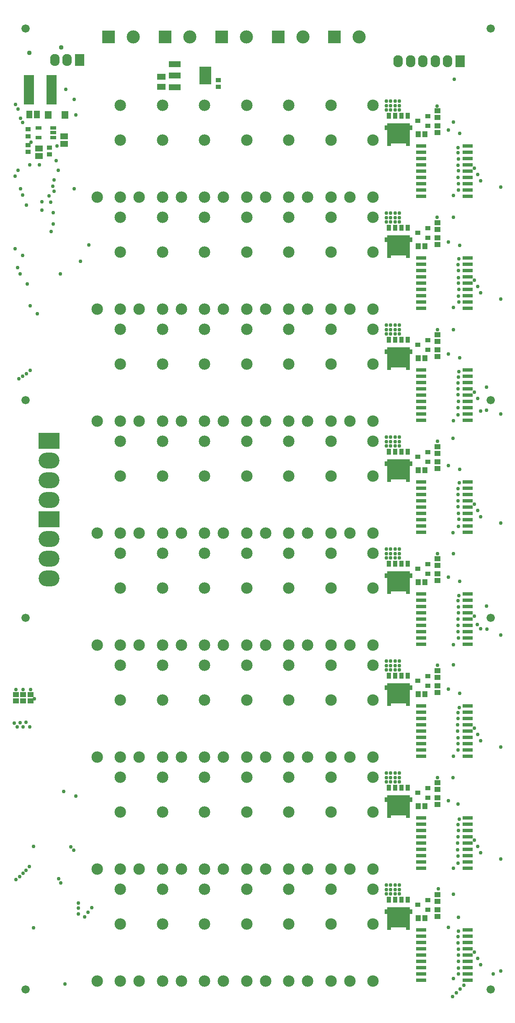
<source format=gbs>
G04*
G04 #@! TF.GenerationSoftware,Altium Limited,Altium Designer,20.0.2 (26)*
G04*
G04 Layer_Color=16711935*
%FSLAX25Y25*%
%MOIN*%
G70*
G01*
G75*
%ADD18R,0.04724X0.04134*%
%ADD19R,0.04134X0.04724*%
%ADD23R,0.04134X0.03740*%
%ADD25R,0.06693X0.04528*%
%ADD28O,0.16591X0.12591*%
%ADD29R,0.16591X0.12591*%
%ADD30C,0.06591*%
%ADD32C,0.09091*%
%ADD33O,0.07591X0.09591*%
%ADD34R,0.07591X0.09591*%
%ADD35C,0.10433*%
%ADD36R,0.10433X0.10433*%
%ADD37C,0.02953*%
%ADD38C,0.03740*%
%ADD85R,0.09252X0.14370*%
%ADD86R,0.09252X0.04921*%
%ADD87R,0.09252X0.04921*%
%ADD88R,0.08465X0.02953*%
%ADD89R,0.04528X0.02756*%
%ADD90R,0.04528X0.02756*%
%ADD91R,0.10591X0.10591*%
%ADD92R,0.03543X0.04528*%
%ADD93R,0.04134X0.03740*%
%ADD94R,0.08465X0.23425*%
%ADD95R,0.05315X0.06102*%
%ADD96R,0.06102X0.04921*%
%ADD97R,0.04921X0.06102*%
G36*
X287713Y-698354D02*
Y-700028D01*
X285764D01*
Y-703591D01*
X287713D01*
Y-716189D01*
X290665D01*
Y-714221D01*
X302713D01*
Y-716189D01*
X305665D01*
Y-703591D01*
X307614D01*
Y-700028D01*
X305665D01*
Y-698354D01*
X287713D01*
D02*
G37*
G36*
Y-609354D02*
Y-611028D01*
X285764D01*
Y-614591D01*
X287713D01*
Y-627189D01*
X290665D01*
Y-625220D01*
X302713D01*
Y-627189D01*
X305665D01*
Y-614591D01*
X307614D01*
Y-611028D01*
X305665D01*
Y-609354D01*
X287713D01*
D02*
G37*
G36*
Y-520354D02*
Y-522028D01*
X285764D01*
Y-525591D01*
X287713D01*
Y-538189D01*
X290665D01*
Y-536221D01*
X302713D01*
Y-538189D01*
X305665D01*
Y-525591D01*
X307614D01*
Y-522028D01*
X305665D01*
Y-520354D01*
X287713D01*
D02*
G37*
G36*
Y-431354D02*
Y-433028D01*
X285764D01*
Y-436591D01*
X287713D01*
Y-449189D01*
X290665D01*
Y-447221D01*
X302713D01*
Y-449189D01*
X305665D01*
Y-436591D01*
X307614D01*
Y-433028D01*
X305665D01*
Y-431354D01*
X287713D01*
D02*
G37*
G36*
Y-342354D02*
Y-344028D01*
X285764D01*
Y-347591D01*
X287713D01*
Y-360189D01*
X290665D01*
Y-358221D01*
X302713D01*
Y-360189D01*
X305665D01*
Y-347591D01*
X307614D01*
Y-344028D01*
X305665D01*
Y-342354D01*
X287713D01*
D02*
G37*
G36*
Y-253354D02*
Y-255028D01*
X285764D01*
Y-258591D01*
X287713D01*
Y-271189D01*
X290665D01*
Y-269220D01*
X302713D01*
Y-271189D01*
X305665D01*
Y-258591D01*
X307614D01*
Y-255028D01*
X305665D01*
Y-253354D01*
X287713D01*
D02*
G37*
G36*
Y-164354D02*
Y-166028D01*
X285764D01*
Y-169591D01*
X287713D01*
Y-182189D01*
X290665D01*
Y-180220D01*
X302713D01*
Y-182189D01*
X305665D01*
Y-169591D01*
X307614D01*
Y-166028D01*
X305665D01*
Y-164354D01*
X287713D01*
D02*
G37*
G36*
Y-75354D02*
Y-77028D01*
X285764D01*
Y-80591D01*
X287713D01*
Y-93189D01*
X290665D01*
Y-91220D01*
X302713D01*
Y-93189D01*
X305665D01*
Y-80591D01*
X307614D01*
Y-77028D01*
X305665D01*
Y-75354D01*
X287713D01*
D02*
G37*
D18*
X-7500Y-529185D02*
D03*
Y-534500D02*
D03*
X-2000Y-529185D02*
D03*
Y-534500D02*
D03*
X4000Y-529185D02*
D03*
Y-534500D02*
D03*
X327689Y-688350D02*
D03*
Y-693665D02*
D03*
Y-599350D02*
D03*
Y-604665D02*
D03*
Y-510350D02*
D03*
Y-515665D02*
D03*
Y-421350D02*
D03*
Y-426665D02*
D03*
Y-332350D02*
D03*
Y-337665D02*
D03*
Y-243350D02*
D03*
Y-248665D02*
D03*
Y-154350D02*
D03*
Y-159665D02*
D03*
Y-65350D02*
D03*
Y-70665D02*
D03*
Y-700350D02*
D03*
Y-705665D02*
D03*
Y-611350D02*
D03*
Y-616665D02*
D03*
Y-522350D02*
D03*
Y-527665D02*
D03*
Y-433350D02*
D03*
Y-438665D02*
D03*
Y-344350D02*
D03*
Y-349665D02*
D03*
Y-255350D02*
D03*
Y-260665D02*
D03*
Y-166350D02*
D03*
Y-171665D02*
D03*
Y-77350D02*
D03*
Y-82665D02*
D03*
D19*
X317846Y-707008D02*
D03*
X312531D02*
D03*
X317846Y-618008D02*
D03*
X312531D02*
D03*
X317846Y-529008D02*
D03*
X312531D02*
D03*
X317846Y-440008D02*
D03*
X312531D02*
D03*
X317846Y-351008D02*
D03*
X312531D02*
D03*
X317846Y-262008D02*
D03*
X312531D02*
D03*
X317846Y-173008D02*
D03*
X312531D02*
D03*
X317846Y-84008D02*
D03*
X312531D02*
D03*
D23*
X153500Y-40989D02*
D03*
Y-46500D02*
D03*
X2197Y-98036D02*
D03*
Y-92524D02*
D03*
Y-80024D02*
D03*
Y-85536D02*
D03*
X19197Y-100036D02*
D03*
Y-94524D02*
D03*
D25*
X108000Y-46374D02*
D03*
Y-38500D02*
D03*
D28*
X18689Y-436881D02*
D03*
Y-421281D02*
D03*
Y-405681D02*
D03*
Y-343391D02*
D03*
Y-358991D02*
D03*
Y-374591D02*
D03*
D29*
Y-390091D02*
D03*
Y-327800D02*
D03*
D30*
X0Y-0D02*
D03*
X370079Y-468504D02*
D03*
Y-295276D02*
D03*
X0D02*
D03*
Y-468504D02*
D03*
Y-763780D02*
D03*
X370079D02*
D03*
Y0D02*
D03*
D32*
X75441Y-222925D02*
D03*
Y-177650D02*
D03*
Y-150091D02*
D03*
X56937Y-222925D02*
D03*
X257937Y-133925D02*
D03*
X276441Y-61091D02*
D03*
Y-88650D02*
D03*
Y-133925D02*
D03*
Y-222925D02*
D03*
Y-177650D02*
D03*
Y-150091D02*
D03*
X257937Y-222925D02*
D03*
Y-311925D02*
D03*
X276441Y-239091D02*
D03*
Y-266650D02*
D03*
Y-311925D02*
D03*
Y-400925D02*
D03*
Y-355650D02*
D03*
Y-328091D02*
D03*
X257937Y-400925D02*
D03*
Y-489925D02*
D03*
X276441Y-417091D02*
D03*
Y-444650D02*
D03*
Y-489925D02*
D03*
Y-578925D02*
D03*
Y-533650D02*
D03*
Y-506091D02*
D03*
X257937Y-578925D02*
D03*
Y-667925D02*
D03*
X276441Y-595091D02*
D03*
Y-622650D02*
D03*
Y-667925D02*
D03*
Y-756925D02*
D03*
Y-711650D02*
D03*
Y-684091D02*
D03*
X257937Y-756925D02*
D03*
X224437Y-133925D02*
D03*
X242941Y-61091D02*
D03*
Y-88650D02*
D03*
Y-133925D02*
D03*
Y-222925D02*
D03*
Y-177650D02*
D03*
Y-150091D02*
D03*
X224437Y-222925D02*
D03*
Y-311925D02*
D03*
X242941Y-239091D02*
D03*
Y-266650D02*
D03*
Y-311925D02*
D03*
Y-400925D02*
D03*
Y-355650D02*
D03*
Y-328091D02*
D03*
X224437Y-400925D02*
D03*
Y-489925D02*
D03*
X242941Y-417091D02*
D03*
Y-444650D02*
D03*
Y-489925D02*
D03*
Y-578925D02*
D03*
Y-533650D02*
D03*
Y-506091D02*
D03*
X224437Y-578925D02*
D03*
Y-667925D02*
D03*
X242941Y-595091D02*
D03*
Y-622650D02*
D03*
Y-667925D02*
D03*
Y-756925D02*
D03*
Y-711650D02*
D03*
Y-684091D02*
D03*
X224437Y-756925D02*
D03*
X190937Y-133925D02*
D03*
X209441Y-61091D02*
D03*
Y-88650D02*
D03*
Y-133925D02*
D03*
Y-222925D02*
D03*
Y-177650D02*
D03*
Y-150091D02*
D03*
X190937Y-222925D02*
D03*
Y-311925D02*
D03*
X209441Y-239091D02*
D03*
Y-266650D02*
D03*
Y-311925D02*
D03*
Y-400925D02*
D03*
Y-355650D02*
D03*
Y-328091D02*
D03*
X190937Y-400925D02*
D03*
Y-489925D02*
D03*
X209441Y-417091D02*
D03*
Y-444650D02*
D03*
Y-489925D02*
D03*
Y-578925D02*
D03*
Y-533650D02*
D03*
Y-506091D02*
D03*
X190937Y-578925D02*
D03*
Y-667925D02*
D03*
X209441Y-595091D02*
D03*
Y-622650D02*
D03*
Y-667925D02*
D03*
Y-756925D02*
D03*
Y-711650D02*
D03*
Y-684091D02*
D03*
X190937Y-756925D02*
D03*
X123937Y-133925D02*
D03*
X142441Y-61091D02*
D03*
Y-88650D02*
D03*
Y-133925D02*
D03*
Y-222925D02*
D03*
Y-177650D02*
D03*
Y-150091D02*
D03*
X123937Y-222925D02*
D03*
Y-311925D02*
D03*
X142441Y-239091D02*
D03*
Y-266650D02*
D03*
Y-311925D02*
D03*
Y-400925D02*
D03*
Y-355650D02*
D03*
Y-328091D02*
D03*
X123937Y-400925D02*
D03*
Y-489925D02*
D03*
X142441Y-417091D02*
D03*
Y-444650D02*
D03*
Y-489925D02*
D03*
Y-578925D02*
D03*
Y-533650D02*
D03*
Y-506091D02*
D03*
X123937Y-578925D02*
D03*
Y-667925D02*
D03*
X142441Y-595091D02*
D03*
Y-622650D02*
D03*
Y-667925D02*
D03*
Y-756925D02*
D03*
Y-711650D02*
D03*
Y-684091D02*
D03*
X123937Y-756925D02*
D03*
X157437Y-133925D02*
D03*
X175941Y-61091D02*
D03*
Y-88650D02*
D03*
Y-133925D02*
D03*
Y-222925D02*
D03*
Y-177650D02*
D03*
Y-150091D02*
D03*
X157437Y-222925D02*
D03*
Y-311925D02*
D03*
X175941Y-239091D02*
D03*
Y-266650D02*
D03*
Y-311925D02*
D03*
Y-400925D02*
D03*
Y-355650D02*
D03*
Y-328091D02*
D03*
X157437Y-400925D02*
D03*
Y-489925D02*
D03*
X175941Y-417091D02*
D03*
Y-444650D02*
D03*
Y-489925D02*
D03*
Y-578925D02*
D03*
Y-533650D02*
D03*
Y-506091D02*
D03*
X157437Y-578925D02*
D03*
Y-667925D02*
D03*
X175941Y-595091D02*
D03*
Y-622650D02*
D03*
Y-667925D02*
D03*
Y-756925D02*
D03*
Y-711650D02*
D03*
Y-684091D02*
D03*
X157437Y-756925D02*
D03*
X90437Y-133925D02*
D03*
X108941Y-61091D02*
D03*
Y-88650D02*
D03*
Y-133925D02*
D03*
Y-222925D02*
D03*
Y-177650D02*
D03*
Y-150091D02*
D03*
X90437Y-222925D02*
D03*
Y-311925D02*
D03*
X108941Y-239091D02*
D03*
Y-266650D02*
D03*
Y-311925D02*
D03*
Y-400925D02*
D03*
Y-355650D02*
D03*
Y-328091D02*
D03*
X90437Y-400925D02*
D03*
Y-489925D02*
D03*
X108941Y-417091D02*
D03*
Y-444650D02*
D03*
Y-489925D02*
D03*
Y-578925D02*
D03*
Y-533650D02*
D03*
Y-506091D02*
D03*
X90437Y-578925D02*
D03*
Y-667925D02*
D03*
X108941Y-595091D02*
D03*
Y-622650D02*
D03*
Y-667925D02*
D03*
Y-756925D02*
D03*
Y-711650D02*
D03*
Y-684091D02*
D03*
X90437Y-756925D02*
D03*
X56937Y-133925D02*
D03*
X75441Y-61091D02*
D03*
Y-88650D02*
D03*
Y-133925D02*
D03*
X56937Y-311925D02*
D03*
X75441Y-239091D02*
D03*
Y-266650D02*
D03*
Y-311925D02*
D03*
Y-400925D02*
D03*
Y-355650D02*
D03*
Y-328091D02*
D03*
X56937Y-400925D02*
D03*
Y-489925D02*
D03*
X75441Y-417091D02*
D03*
Y-444650D02*
D03*
Y-489925D02*
D03*
Y-578925D02*
D03*
Y-533650D02*
D03*
Y-506091D02*
D03*
X56937Y-578925D02*
D03*
Y-667925D02*
D03*
X75441Y-595091D02*
D03*
Y-622650D02*
D03*
Y-667925D02*
D03*
Y-756925D02*
D03*
Y-711650D02*
D03*
Y-684091D02*
D03*
X56937Y-756925D02*
D03*
D33*
X23347Y-25091D02*
D03*
X33189D02*
D03*
X335874Y-26091D02*
D03*
X326031D02*
D03*
X316189D02*
D03*
X306347D02*
D03*
X296504D02*
D03*
D34*
X43031Y-25091D02*
D03*
X345717Y-26091D02*
D03*
D35*
X85689Y-6591D02*
D03*
X130689D02*
D03*
X175689D02*
D03*
X220689D02*
D03*
X265374D02*
D03*
D36*
X66004D02*
D03*
X111004D02*
D03*
X156004D02*
D03*
X201004D02*
D03*
X245689D02*
D03*
D37*
X31500Y-759500D02*
D03*
X24500Y-105000D02*
D03*
X11000Y-108354D02*
D03*
X500Y-551500D02*
D03*
X-7526Y-676500D02*
D03*
X3500Y-555000D02*
D03*
X-2000D02*
D03*
X-4181Y-551710D02*
D03*
X-6500Y-555000D02*
D03*
X-9000Y-552000D02*
D03*
X3000Y-666000D02*
D03*
X28100Y-679000D02*
D03*
X26400Y-675600D02*
D03*
X7000Y-532842D02*
D03*
X4000Y-525500D02*
D03*
X-2000D02*
D03*
X-7500D02*
D03*
X500Y-669000D02*
D03*
X-2000Y-671500D02*
D03*
X-4500Y-674000D02*
D03*
X40000Y-610000D02*
D03*
X30500Y-606500D02*
D03*
X36000Y-650500D02*
D03*
X38500Y-653000D02*
D03*
X40159Y-68711D02*
D03*
X13000Y-144500D02*
D03*
X20500Y-161500D02*
D03*
X22205Y-155506D02*
D03*
X9500Y-226570D02*
D03*
X25000Y-93500D02*
D03*
X3500Y-108354D02*
D03*
X1400Y-203000D02*
D03*
X900Y-140500D02*
D03*
X26100Y-112600D02*
D03*
X4441Y-90280D02*
D03*
X6600Y-714600D02*
D03*
X6400Y-650000D02*
D03*
X340400Y-74400D02*
D03*
X327600Y-61700D02*
D03*
X336400Y-80700D02*
D03*
X345500Y-83300D02*
D03*
X340300Y-132800D02*
D03*
X340500Y-150100D02*
D03*
X327600Y-150000D02*
D03*
X336400Y-169700D02*
D03*
X345500Y-172300D02*
D03*
X340300Y-221600D02*
D03*
Y-239300D02*
D03*
X327700Y-239200D02*
D03*
X336400Y-258800D02*
D03*
X345400Y-261700D02*
D03*
X340300Y-311700D02*
D03*
X340200Y-325800D02*
D03*
X327700Y-328000D02*
D03*
X336400Y-347400D02*
D03*
X345400Y-350500D02*
D03*
X344000Y-365600D02*
D03*
X345146Y-360954D02*
D03*
X340200Y-400700D02*
D03*
X340300Y-688000D02*
D03*
Y-417400D02*
D03*
X327700Y-417300D02*
D03*
X336500Y-435900D02*
D03*
X345400Y-439400D02*
D03*
X340300Y-505800D02*
D03*
X327700Y-506000D02*
D03*
X340100Y-595200D02*
D03*
X327700Y-595300D02*
D03*
X340300Y-489600D02*
D03*
X336400Y-525000D02*
D03*
X345300Y-528400D02*
D03*
X340300Y-578500D02*
D03*
X357138Y-645008D02*
D03*
X359638Y-561008D02*
D03*
X362138Y-566008D02*
D03*
Y-388008D02*
D03*
X359638Y-650008D02*
D03*
X362138Y-655008D02*
D03*
X297579Y-680780D02*
D03*
X336400Y-613600D02*
D03*
X344000Y-616500D02*
D03*
X340300Y-667400D02*
D03*
X328600Y-683800D02*
D03*
X344300Y-706400D02*
D03*
X340300Y-755100D02*
D03*
X336400Y-714200D02*
D03*
X344200Y-721700D02*
D03*
X344500Y-751500D02*
D03*
X344400Y-746700D02*
D03*
X344300Y-741200D02*
D03*
X344400Y-736500D02*
D03*
X344300Y-731700D02*
D03*
X344000Y-726600D02*
D03*
X344500Y-717200D02*
D03*
X344100Y-663300D02*
D03*
Y-657600D02*
D03*
X343900Y-652600D02*
D03*
Y-647400D02*
D03*
X344000Y-642300D02*
D03*
X344400Y-637500D02*
D03*
X344200Y-632700D02*
D03*
X345200Y-628300D02*
D03*
X344000Y-573200D02*
D03*
X344100Y-568400D02*
D03*
X344000Y-563600D02*
D03*
X343900Y-558300D02*
D03*
Y-553300D02*
D03*
X344000Y-548500D02*
D03*
X344100Y-543600D02*
D03*
X344946Y-539554D02*
D03*
X344500Y-484500D02*
D03*
X344000Y-479500D02*
D03*
Y-474400D02*
D03*
X344100Y-469300D02*
D03*
X344300Y-464500D02*
D03*
Y-459700D02*
D03*
X344200Y-454800D02*
D03*
X344900Y-450600D02*
D03*
X344400Y-395800D02*
D03*
X344700Y-390000D02*
D03*
X344600Y-385400D02*
D03*
X344000Y-380100D02*
D03*
X344100Y-375400D02*
D03*
X344000Y-370300D02*
D03*
Y-306900D02*
D03*
X344200Y-301400D02*
D03*
X344300Y-296200D02*
D03*
X344100Y-291100D02*
D03*
X344000Y-286500D02*
D03*
X344100Y-281700D02*
D03*
X344400Y-276900D02*
D03*
X344746Y-272654D02*
D03*
X344800Y-217400D02*
D03*
X344500Y-212800D02*
D03*
X344800Y-207200D02*
D03*
X344600Y-202200D02*
D03*
Y-197900D02*
D03*
X344400Y-192400D02*
D03*
X344100Y-187600D02*
D03*
X344700Y-183100D02*
D03*
X344600Y-128200D02*
D03*
Y-123400D02*
D03*
X344200Y-118300D02*
D03*
X344500Y-113100D02*
D03*
X344100Y-94600D02*
D03*
Y-98600D02*
D03*
X344300Y-103700D02*
D03*
X344100Y-108600D02*
D03*
X50438Y-172008D02*
D03*
X13138Y-137708D02*
D03*
X22238Y-146208D02*
D03*
X3638Y-220208D02*
D03*
X18638Y-133008D02*
D03*
X27638Y-195008D02*
D03*
X-4362D02*
D03*
X-6081Y-190008D02*
D03*
X-2181Y-132508D02*
D03*
Y-180508D02*
D03*
X-8362Y-117508D02*
D03*
Y-175008D02*
D03*
X-3862Y-127508D02*
D03*
Y-71508D02*
D03*
X-6062Y-112808D02*
D03*
X3888Y-271758D02*
D03*
X888Y-274258D02*
D03*
X-5112Y-278508D02*
D03*
X-2112Y-276508D02*
D03*
Y-74758D02*
D03*
X-5862Y-64008D02*
D03*
X-7862Y-60508D02*
D03*
X20138Y-138008D02*
D03*
X22638Y-120508D02*
D03*
X21638Y-125508D02*
D03*
X22638Y-129508D02*
D03*
X32138Y-48508D02*
D03*
X43638Y-185008D02*
D03*
X38638Y-127508D02*
D03*
Y-56508D02*
D03*
X339638Y-769508D02*
D03*
X342638Y-766508D02*
D03*
X345638Y-763508D02*
D03*
X348638Y-760508D02*
D03*
X366638Y-285008D02*
D03*
Y-303508D02*
D03*
X362138Y-744008D02*
D03*
Y-304008D02*
D03*
X359638Y-294008D02*
D03*
X357138Y-289008D02*
D03*
X378138Y-306508D02*
D03*
X366638Y-459008D02*
D03*
X367138Y-477508D02*
D03*
X341138Y-40508D02*
D03*
X359419Y-473783D02*
D03*
X372138Y-751508D02*
D03*
X47138Y-706008D02*
D03*
X42138Y-703758D02*
D03*
X49638Y-702258D02*
D03*
X42138Y-699008D02*
D03*
X52888Y-698758D02*
D03*
X42138Y-695008D02*
D03*
X378138Y-126008D02*
D03*
Y-215008D02*
D03*
Y-393008D02*
D03*
Y-482008D02*
D03*
Y-571008D02*
D03*
Y-660008D02*
D03*
Y-749008D02*
D03*
X362138Y-121008D02*
D03*
Y-210008D02*
D03*
Y-477008D02*
D03*
X359638Y-383008D02*
D03*
Y-205008D02*
D03*
Y-116008D02*
D03*
X357138Y-556008D02*
D03*
X359638Y-739008D02*
D03*
X357138Y-734008D02*
D03*
Y-378008D02*
D03*
Y-200008D02*
D03*
Y-111008D02*
D03*
Y-467008D02*
D03*
X287079Y-687780D02*
D03*
X290579D02*
D03*
X294079D02*
D03*
X297579D02*
D03*
Y-684280D02*
D03*
X294079D02*
D03*
X290579D02*
D03*
X287079D02*
D03*
X294079Y-680780D02*
D03*
X290579D02*
D03*
X287079D02*
D03*
Y-598780D02*
D03*
X290579D02*
D03*
X294079D02*
D03*
X297579D02*
D03*
Y-595280D02*
D03*
X294079D02*
D03*
X290579D02*
D03*
X287079D02*
D03*
X297579Y-591780D02*
D03*
X294079D02*
D03*
X290579D02*
D03*
X287079D02*
D03*
Y-509780D02*
D03*
X290579D02*
D03*
X294079D02*
D03*
X297579D02*
D03*
Y-506280D02*
D03*
X294079D02*
D03*
X290579D02*
D03*
X287079D02*
D03*
X297579Y-502780D02*
D03*
X294079D02*
D03*
X290579D02*
D03*
X287079D02*
D03*
Y-420780D02*
D03*
X290579D02*
D03*
X294079D02*
D03*
X297579D02*
D03*
Y-417280D02*
D03*
X294079D02*
D03*
X290579D02*
D03*
X287079D02*
D03*
X297579Y-413780D02*
D03*
X294079D02*
D03*
X290579D02*
D03*
X287079D02*
D03*
Y-331780D02*
D03*
X290579D02*
D03*
X294079D02*
D03*
X297579D02*
D03*
Y-328280D02*
D03*
X294079D02*
D03*
X290579D02*
D03*
X287079D02*
D03*
X297579Y-324780D02*
D03*
X294079D02*
D03*
X290579D02*
D03*
X287079D02*
D03*
Y-242780D02*
D03*
X290579D02*
D03*
X294079D02*
D03*
X297579D02*
D03*
Y-239280D02*
D03*
X294079D02*
D03*
X290579D02*
D03*
X287079D02*
D03*
X297579Y-235780D02*
D03*
X294079D02*
D03*
X290579D02*
D03*
X287079D02*
D03*
Y-64780D02*
D03*
X290579D02*
D03*
X294079D02*
D03*
X297579D02*
D03*
Y-61280D02*
D03*
X294079D02*
D03*
X290579D02*
D03*
X287079D02*
D03*
X297579Y-57780D02*
D03*
X294079D02*
D03*
X290579D02*
D03*
X287079D02*
D03*
Y-146780D02*
D03*
X290579D02*
D03*
X294079D02*
D03*
X297579D02*
D03*
X287079Y-150280D02*
D03*
X290579D02*
D03*
X294079D02*
D03*
X297579D02*
D03*
Y-153780D02*
D03*
X294079D02*
D03*
X290579D02*
D03*
X287079D02*
D03*
D38*
X28500Y-15000D02*
D03*
X3200Y-19500D02*
D03*
D85*
X143200Y-37500D02*
D03*
D86*
X118800Y-28445D02*
D03*
Y-46555D02*
D03*
D87*
Y-37500D02*
D03*
D88*
X351693Y-716508D02*
D03*
Y-721508D02*
D03*
Y-726508D02*
D03*
Y-731508D02*
D03*
Y-736508D02*
D03*
Y-741508D02*
D03*
Y-746508D02*
D03*
Y-751508D02*
D03*
Y-756508D02*
D03*
X314685D02*
D03*
Y-751508D02*
D03*
Y-746508D02*
D03*
Y-741508D02*
D03*
Y-736508D02*
D03*
Y-731508D02*
D03*
Y-726508D02*
D03*
Y-721508D02*
D03*
Y-716508D02*
D03*
X351693Y-627508D02*
D03*
Y-632508D02*
D03*
Y-637508D02*
D03*
Y-642508D02*
D03*
Y-647508D02*
D03*
Y-652508D02*
D03*
Y-657508D02*
D03*
Y-662508D02*
D03*
Y-667508D02*
D03*
X314685D02*
D03*
Y-662508D02*
D03*
Y-657508D02*
D03*
Y-652508D02*
D03*
Y-647508D02*
D03*
Y-642508D02*
D03*
Y-637508D02*
D03*
Y-632508D02*
D03*
Y-627508D02*
D03*
X351693Y-538508D02*
D03*
Y-543508D02*
D03*
Y-548508D02*
D03*
Y-553508D02*
D03*
Y-558508D02*
D03*
Y-563508D02*
D03*
Y-568508D02*
D03*
Y-573508D02*
D03*
Y-578508D02*
D03*
X314685D02*
D03*
Y-573508D02*
D03*
Y-568508D02*
D03*
Y-563508D02*
D03*
Y-558508D02*
D03*
Y-553508D02*
D03*
Y-548508D02*
D03*
Y-543508D02*
D03*
Y-538508D02*
D03*
X351693Y-449508D02*
D03*
Y-454508D02*
D03*
Y-459508D02*
D03*
Y-464508D02*
D03*
Y-469508D02*
D03*
Y-474508D02*
D03*
Y-479508D02*
D03*
Y-484508D02*
D03*
Y-489508D02*
D03*
X314685D02*
D03*
Y-484508D02*
D03*
Y-479508D02*
D03*
Y-474508D02*
D03*
Y-469508D02*
D03*
Y-464508D02*
D03*
Y-459508D02*
D03*
Y-454508D02*
D03*
Y-449508D02*
D03*
X351693Y-360508D02*
D03*
Y-365508D02*
D03*
Y-370508D02*
D03*
Y-375508D02*
D03*
Y-380508D02*
D03*
Y-385508D02*
D03*
Y-390508D02*
D03*
Y-395508D02*
D03*
Y-400508D02*
D03*
X314685D02*
D03*
Y-395508D02*
D03*
Y-390508D02*
D03*
Y-385508D02*
D03*
Y-380508D02*
D03*
Y-375508D02*
D03*
Y-370508D02*
D03*
Y-365508D02*
D03*
Y-360508D02*
D03*
X351693Y-271508D02*
D03*
Y-276508D02*
D03*
Y-281508D02*
D03*
Y-286508D02*
D03*
Y-291508D02*
D03*
Y-296508D02*
D03*
Y-301508D02*
D03*
Y-306508D02*
D03*
Y-311508D02*
D03*
X314685D02*
D03*
Y-306508D02*
D03*
Y-301508D02*
D03*
Y-296508D02*
D03*
Y-291508D02*
D03*
Y-286508D02*
D03*
Y-281508D02*
D03*
Y-276508D02*
D03*
Y-271508D02*
D03*
X351693Y-182508D02*
D03*
Y-187508D02*
D03*
Y-192508D02*
D03*
Y-197508D02*
D03*
Y-202508D02*
D03*
Y-207508D02*
D03*
Y-212508D02*
D03*
Y-217508D02*
D03*
Y-222508D02*
D03*
X314685D02*
D03*
Y-217508D02*
D03*
Y-212508D02*
D03*
Y-207508D02*
D03*
Y-202508D02*
D03*
Y-197508D02*
D03*
Y-192508D02*
D03*
Y-187508D02*
D03*
Y-182508D02*
D03*
X351693Y-93508D02*
D03*
Y-98508D02*
D03*
Y-103508D02*
D03*
Y-108508D02*
D03*
Y-113508D02*
D03*
Y-118508D02*
D03*
Y-123508D02*
D03*
Y-128508D02*
D03*
Y-133508D02*
D03*
X314685D02*
D03*
Y-128508D02*
D03*
Y-123508D02*
D03*
Y-118508D02*
D03*
Y-113508D02*
D03*
Y-108508D02*
D03*
Y-103508D02*
D03*
Y-98508D02*
D03*
Y-93508D02*
D03*
D89*
X10291Y-79039D02*
D03*
Y-86520D02*
D03*
X22102D02*
D03*
Y-79039D02*
D03*
D90*
Y-82780D02*
D03*
D91*
X296689Y-707008D02*
D03*
Y-618008D02*
D03*
Y-529008D02*
D03*
Y-440008D02*
D03*
Y-351008D02*
D03*
Y-262008D02*
D03*
Y-173008D02*
D03*
Y-84008D02*
D03*
D92*
X304189Y-692508D02*
D03*
X299189D02*
D03*
X294189D02*
D03*
X289189D02*
D03*
X304189Y-603508D02*
D03*
X299189D02*
D03*
X294189D02*
D03*
X289189D02*
D03*
X304189Y-514508D02*
D03*
X299189D02*
D03*
X294189D02*
D03*
X289189D02*
D03*
X304189Y-425508D02*
D03*
X299189D02*
D03*
X294189D02*
D03*
X289189D02*
D03*
X304189Y-336508D02*
D03*
X299189D02*
D03*
X294189D02*
D03*
X289189D02*
D03*
X304189Y-247508D02*
D03*
X299189D02*
D03*
X294189D02*
D03*
X289189D02*
D03*
X304189Y-158508D02*
D03*
X299189D02*
D03*
X294189D02*
D03*
X289189D02*
D03*
X304189Y-69508D02*
D03*
X299189D02*
D03*
X294189D02*
D03*
X289189D02*
D03*
D93*
X312252Y-696508D02*
D03*
X320126Y-700248D02*
D03*
Y-692768D02*
D03*
X312252Y-607508D02*
D03*
X320126Y-611248D02*
D03*
Y-603768D02*
D03*
X312252Y-518508D02*
D03*
X320126Y-522248D02*
D03*
Y-514768D02*
D03*
X312252Y-429508D02*
D03*
X320126Y-433248D02*
D03*
Y-425768D02*
D03*
X312252Y-340508D02*
D03*
X320126Y-344248D02*
D03*
Y-336768D02*
D03*
X312252Y-251508D02*
D03*
X320126Y-255248D02*
D03*
Y-247768D02*
D03*
X312252Y-162508D02*
D03*
X320126Y-166248D02*
D03*
Y-158768D02*
D03*
X312252Y-73508D02*
D03*
X320126Y-77248D02*
D03*
Y-69768D02*
D03*
D94*
X2642Y-48780D02*
D03*
X20752D02*
D03*
D95*
X31390Y-68780D02*
D03*
X18004D02*
D03*
D96*
X30697Y-91732D02*
D03*
Y-85827D02*
D03*
X10697Y-101232D02*
D03*
Y-95327D02*
D03*
D97*
X3244Y-68280D02*
D03*
X9150D02*
D03*
M02*

</source>
